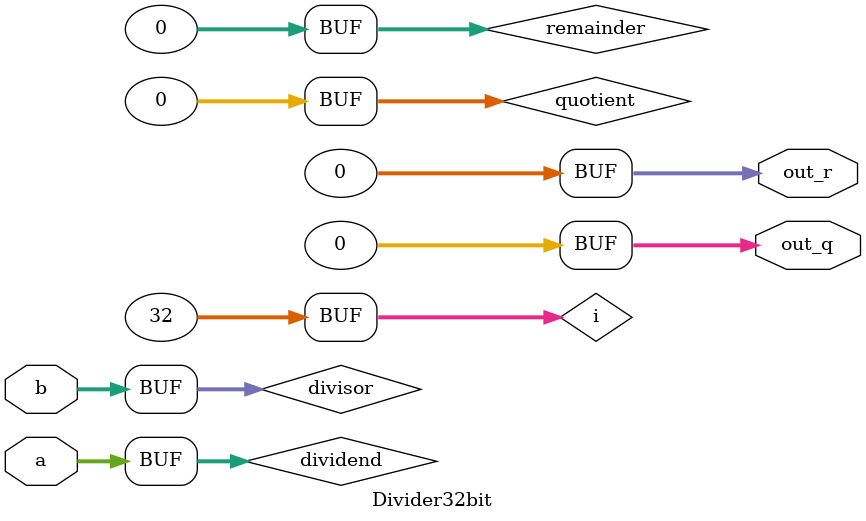
<source format=v>
`timescale 1ns / 1ps


module Divider32bit(
    input [31:0] a,
    input [31:0] b,
    output reg [31:0] out_q,
    output reg [31:0] out_r
    );
    
    integer i;
    
    reg [31:0] dividend;
    reg [31:0] divisor;
    reg [31:0] quotient;
    reg [31:0] remainder;
    
    always @ (a or b) begin
        dividend = a;
        divisor = b;
        quotient = 0;
        remainder = 0;
        
        for (i = 0; i < 32; i = i + 1) begin
            //if (multiplier[0] == 1'b1) begin
            //    product = product + multiplicand;
            //end
            
            // shift multiplicand left 1 bit
            //multiplicand = {multiplicand[63:0],1'b0};
            
            // shift multiplier right 1 bit
            //multiplier = {1'b0,multiplier[31:1]};
        end
        
        out_q = quotient;
        out_r = remainder;
    end
endmodule

</source>
